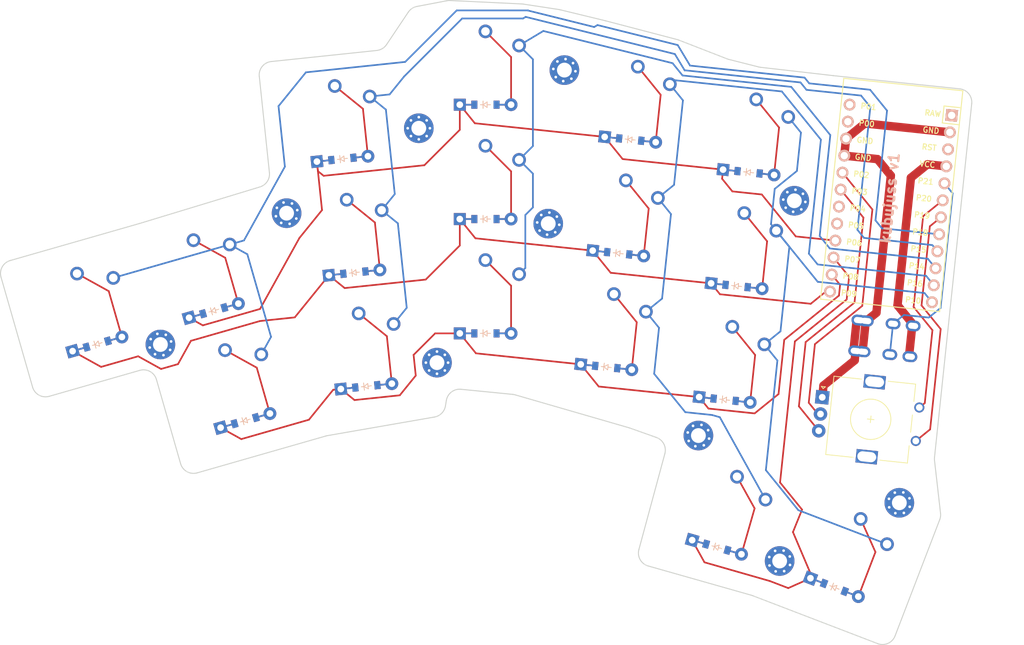
<source format=kicad_pcb>
(kicad_pcb (version 20221018) (generator pcbnew)
  (title_block (title "mimmuErgoV1_left") (rev "v1.0.0") (company "Unknown"))
  (layers (0 "F.Cu" signal) (31 "B.Cu" signal) (34 "B.Paste" user) (35 "F.Paste" user) (36 "B.SilkS" user "B.Silkscreen") (37 "F.SilkS" user "F.Silkscreen") (38 "B.Mask" user) (39 "F.Mask" user) (44 "Edge.Cuts" user))
  (net 0 "")
  (net 1 "P18")
  (net 2 "pinkie_bottom")
  (net 3 "pinkie_home")
  (net 4 "pinkie_top")
  (net 5 "P15")
  (net 6 "ring_bottom")
  (net 7 "ring_home")
  (net 8 "ring_top")
  (net 9 "P14")
  (net 10 "middle_bottom")
  (net 11 "middle_home")
  (net 12 "middle_top")
  (net 13 "P16")
  (net 14 "index_bottom")
  (net 15 "index_home")
  (net 16 "index_top")
  (net 17 "P10")
  (net 18 "inner_bottom")
  (net 19 "inner_home")
  (net 20 "inner_top")
  (net 21 "layer_cluster")
  (net 22 "space_cluster")
  (net 23 "P8")
  (net 24 "P6")
  (net 25 "P9")
  (net 26 "P7")
  (net 27 "RAW")
  (net 28 "GND")
  (net 29 "RST")
  (net 30 "VCC")
  (net 31 "P21")
  (net 32 "P20")
  (net 33 "P19")
  (net 34 "P1")
  (net 35 "P0")
  (net 36 "P2")
  (net 37 "P3")
  (net 38 "P4")
  (net 39 "P5")
  (footprint "MountingHole_2.2mm_M2_Pad_Via" (layer "F.Cu") (at 259.159899 182.192707 -21)
    (fp_text reference "_4" hide)
    (fp_text value "")
  )
  (footprint "PG1350" (layer "F.Cu") (at 177.681802 142.998551 6)
    (fp_text reference "S5" hide)
    (fp_text value "" hide)
  )
  (footprint "ComboDiode" (layer "F.Cu") (at 233.209307 166.869809 -6)
    (fp_text reference "D13" hide)
    (fp_text value "" hide)
  )
  (footprint "MountingHole_2.2mm_M2_Pad_Via" (layer "F.Cu") (at 243.557992 137.289524 -6)
    (fp_text reference "_3" hide)
    (fp_text value "")
  )
  (footprint "PG1350" (layer "F.Cu") (at 216.144138 157.03214 -6)
    (fp_text reference "S10" hide)
    (fp_text value "" hide)
  )
  (footprint "ComboDiode" (layer "F.Cu") (at 219.175473 128.191 -6)
    (fp_text reference "D12" hide)
    (fp_text value "" hide)
  )
  (footprint "ComboDiode" (layer "F.Cu") (at 140.005731 158.592569 16)
    (fp_text reference "D3" hide)
    (fp_text value "" hide)
  )
  (footprint "PG1350" (layer "F.Cu") (at 175.904819 126.091671 6)
    (fp_text reference "S6" hide)
    (fp_text value "" hide)
  )
  (footprint "PG1350" (layer "F.Cu") (at 233.421365 183.985759 -16)
    (fp_text reference "S16" hide)
    (fp_text value "" hide)
  )
  (footprint "ComboDiode" (layer "F.Cu") (at 197.673767 157.007485)
    (fp_text reference "D7" hide)
    (fp_text value "" hide)
  )
  (footprint "PG1350" (layer "F.Cu") (at 179.458788 159.905432 6)
    (fp_text reference "S4" hide)
    (fp_text value "" hide)
  )
  (footprint "PG1350" (layer "F.Cu") (at 197.673771 152.007487)
    (fp_text reference "S7" hide)
    (fp_text value "" hide)
  )
  (footprint "PG1350" (layer "F.Cu") (at 197.673769 118.00748)
    (fp_text reference "S9" hide)
    (fp_text value "" hide)
  )
  (footprint "ComboDiode" (layer "F.Cu") (at 249.511578 194.770474 -21)
    (fp_text reference "D17" hide)
    (fp_text value "" hide)
  )
  (footprint "MountingHole_2.2mm_M2_Pad_Via" (layer "F.Cu") (at 229.311795 172.196294 -16)
    (fp_text reference "_6" hide)
    (fp_text value "")
  )
  (footprint "MountingHole_2.2mm_M2_Pad_Via" (layer "F.Cu") (at 168.132378 139.136118 16)
    (fp_text reference "_10" hide)
    (fp_text value "")
  )
  (footprint "PG1350" (layer "F.Cu") (at 217.921127 140.125268 -6)
    (fp_text reference "S11" hide)
    (fp_text value "" hide)
  )
  (footprint "PG1350" (layer "F.Cu") (at 233.731952 161.89722 -6)
    (fp_text reference "S13" hide)
    (fp_text value "" hide)
  )
  (footprint "ComboDiode" (layer "F.Cu") (at 179.981431 164.878023 6)
    (fp_text reference "D4" hide)
    (fp_text value "" hide)
  )
  (footprint "TRRS-PJ-320A-dual" (layer "F.Cu") (at 263.912388 160.795907 -96)
    (fp_text reference "TRRS1")
    (fp_text value "TRRS-PJ-320A-dual")
  )
  (footprint "PG1350" (layer "F.Cu") (at 237.285914 128.083465 -6)
    (fp_text reference "S15" hide)
    (fp_text value "" hide)
  )
  (footprint "PG1350" (layer "F.Cu") (at 219.698101 123.218396 -6)
    (fp_text reference "S12" hide)
    (fp_text value "" hide)
  )
  (footprint "rotary_encoder" (layer "F.Cu") (at 255.019105 169.832472 -6)
    (fp_text reference "ROT1" hide)
    (fp_text value "")
  )
  (footprint "PG1350" (layer "F.Cu") (at 138.627548 153.78628 16)
    (fp_text reference "S3" hide)
    (fp_text value "" hide)
  )
  (footprint "ComboDiode" (layer "F.Cu") (at 217.398479 145.097874 -6)
    (fp_text reference "D11" hide)
    (fp_text value "" hide)
  )
  (footprint "ComboDiode" (layer "F.Cu") (at 234.986295 149.962945 -6)
    (fp_text reference "D14" hide)
    (fp_text value "" hide)
  )
  (footprint "ProMicro" (layer "F.Cu") (at 257.89462 137.6903 -96)
    (fp_text reference "MCU1" hide)
    (fp_text value "" hide)
  )
  (footprint "PG1350" (layer "F.Cu") (at 197.673771 135.007479)
    (fp_text reference "S8" hide)
    (fp_text value "" hide)
  )
  (footprint "PG1350" (layer "F.Cu") (at 251.303431 190.102558 -21)
    (fp_text reference "S17" hide)
    (fp_text value "" hide)
  )
  (footprint "MountingHole_2.2mm_M2_Pad_Via" (layer "F.Cu") (at 241.378143 190.84497 -21)
    (fp_text reference "_5" hide)
    (fp_text value "")
  )
  (footprint "PG1350" (layer "F.Cu") (at 235.508927 144.990354 -6)
    (fp_text reference "S14" hide)
    (fp_text value "" hide)
  )
  (footprint "ComboDiode" (layer "F.Cu") (at 178.20444 147.971172 6)
    (fp_text reference "D5" hide)
    (fp_text value "" hide)
  )
  (footprint "MountingHole_2.2mm_M2_Pad_Via" (layer "F.Cu") (at 209.401518 117.862757 -6)
    (fp_text reference "_2" hide)
    (fp_text value "")
  )
  (footprint "ComboDiode" (layer "F.Cu") (at 215.621506 162.004735 -6)
    (fp_text reference "D10" hide)
    (fp_text value "" hide)
  )
  (footprint "MountingHole_2.2mm_M2_Pad_Via" (layer "F.Cu") (at 190.473765 161.357485)
    (fp_text reference "_8" hide)
    (fp_text value "")
  )
  (footprint "MountingHole_2.2mm_M2_Pad_Via" (layer "F.Cu") (at 187.773761 126.507484)
    (fp_text reference "_1" hide)
    (fp_text value "")
  )
  (footprint "MountingHole_2.2mm_M2_Pad_Via" (layer "F.Cu") (at 207.00259 140.687053 -6)
    (fp_text reference "_7" hide)
    (fp_text value "")
  )
  (footprint "MountingHole_2.2mm_M2_Pad_Via" (layer "F.Cu") (at 149.387539 158.659167 16)
    (fp_text reference "_9" hide)
    (fp_text value "")
  )
  (footprint "ComboDiode" (layer "F.Cu") (at 232.043179 188.792073 -16)
    (fp_text reference "D16" hide)
    (fp_text value "" hide)
  )
  (footprint "ComboDiode" (layer "F.Cu") (at 236.763275 133.05608 -6)
    (fp_text reference "D15" hide)
    (fp_text value "" hide)
  )
  (footprint "PG1350" (layer "F.Cu") (at 155.930269 148.8248 16)
    (fp_text reference "S2" hide)
    (fp_text value "" hide)
  )
  (footprint "ComboDiode" (layer "F.Cu") (at 161.994285 169.972562 16)
    (fp_text reference "D1" hide)
    (fp_text value "" hide)
  )
  (footprint "ComboDiode" (layer "F.Cu") (at 176.427463 131.064287 6)
    (fp_text reference "D6" hide)
    (fp_text value "" hide)
  )
  (footprint "ComboDiode" (layer "F.Cu") (at 197.673762 140.00748)
    (fp_text reference "D8" hide)
    (fp_text value "" hide)
  )
  (footprint "PG1350" (layer "F.Cu") (at 160.6161 165.166247 16)
    (fp_text reference "S1" hide)
    (fp_text value "" hide)
  )
  (footprint "ComboDiode" (layer "F.Cu") (at 197.673768 123.007484)
    (fp_text reference "D9" hide)
    (fp_text value "" hide)
  )
  (footprint "ComboDiode" (layer "F.Cu") (at 157.308457 153.631102 16)
    (fp_text reference "D2" hide)
    (fp_text value "" hide)
  )
  (gr_line (start 265.160297 184.698901) (end 258.526678 201.980046) (stroke (width 0.15)) (layer "Edge.Cuts"))
  (gr_line (start 152.385135 176.368975) (end 148.801841 163.87258) (stroke (width 0.15)) (layer "Edge.Cuts"))
  (gr_arc (start 125.71075 148.647557) (mid 125.884147 147.126718) (end 127.082007 146.173757) (stroke (width 0.15)) (layer "Edge.Cuts"))
  (gr_line (start 192.410936 107.518808) (end 203.069925 108.02753) (stroke (width 0.15)) (layer "Edge.Cuts"))
  (gr_line (start 201.7359 166.076781) (end 194.03549 165.316343) (stroke (width 0.15)) (layer "Edge.Cuts"))
  (gr_line (start 219.03568 171.050633) (end 202.095547 166.145968) (stroke (width 0.15)) (layer "Edge.Cuts"))
  (gr_arc (start 249.344151 118.687419) (mid 249.334185 118.686351) (end 249.324225 118.685235) (stroke (width 0.15)) (layer "Edge.Cuts"))
  (gr_arc (start 191.940543 107.552002) (mid 192.174757 107.521474) (end 192.410936 107.518808) (stroke (width 0.15)) (layer "Edge.Cuts"))
  (gr_line (start 146.328046 162.501318) (end 132.870376 166.360248) (stroke (width 0.15)) (layer "Edge.Cuts"))
  (gr_line (start 173.981223 172.256994) (end 154.858929 177.740224) (stroke (width 0.15)) (layer "Edge.Cuts"))
  (gr_arc (start 201.7359 166.07678) (mid 201.917306 166.103147) (end 202.095547 166.145968) (stroke (width 0.15)) (layer "Edge.Cuts"))
  (gr_line (start 203.276531 108.048174) (end 208.588067 108.859401) (stroke (width 0.15)) (layer "Edge.Cuts"))
  (gr_line (start 208.758003 108.89293) (end 215.483821 110.525954) (stroke (width 0.15)) (layer "Edge.Cuts"))
  (gr_line (start 182.986279 114.065825) (end 186.208461 109.252557) (stroke (width 0.15)) (layer "Edge.Cuts"))
  (gr_arc (start 264.384442 175.891778) (mid 264.371609 175.67411) (end 264.382554 175.456338) (stroke (width 0.15)) (layer "Edge.Cuts"))
  (gr_arc (start 146.328046 162.501318) (mid 147.848965 162.67458) (end 148.801838 163.872582) (stroke (width 0.15)) (layer "Edge.Cuts"))
  (gr_arc (start 191.866181 166.977833) (mid 192.622841 165.718824) (end 194.03549 165.316343) (stroke (width 0.15)) (layer "Edge.Cuts"))
  (gr_line (start 191.866181 166.977833) (end 191.729184 167.799553) (stroke (width 0.15)) (layer "Edge.Cuts"))
  (gr_arc (start 182.986271 114.065807) (mid 182.357339 114.665705) (end 181.533352 114.942262) (stroke (width 0.15)) (layer "Edge.Cuts"))
  (gr_line (start 269.911593 122.85108) (end 264.382554 175.456338) (stroke (width 0.15)) (layer "Edge.Cuts"))
  (gr_line (start 190.09924 169.441116) (end 174.189686 172.209126) (stroke (width 0.15)) (layer "Edge.Cuts"))
  (gr_arc (start 208.58807 108.859399) (mid 208.673399 108.874329) (end 208.758003 108.89293) (stroke (width 0.15)) (layer "Edge.Cuts"))
  (gr_line (start 233.823716 116.27448) (end 238.276056 117.399443) (stroke (width 0.15)) (layer "Edge.Cuts"))
  (gr_arc (start 226.154467 113.321724) (mid 226.26452 113.353959) (end 226.372546 113.392442) (stroke (width 0.15)) (layer "Edge.Cuts"))
  (gr_line (start 165.581637 133.107779) (end 164.07658 118.788062) (stroke (width 0.15)) (layer "Edge.Cuts"))
  (gr_line (start 255.942811 203.130471) (end 237.355192 195.995354) (stroke (width 0.15)) (layer "Edge.Cuts"))
  (gr_arc (start 268.130632 120.652868) (mid 269.476453 121.383043) (end 269.911593 122.85108) (stroke (width 0.15)) (layer "Edge.Cuts"))
  (gr_arc (start 258.526678 201.980046) (mid 257.472976 203.090304) (end 255.942811 203.130471) (stroke (width 0.15)) (layer "Edge.Cuts"))
  (gr_line (start 165.856572 116.589969) (end 181.533352 114.942262) (stroke (width 0.15)) (layer "Edge.Cuts"))
  (gr_line (start 187.495374 108.400627) (end 191.940543 107.552002) (stroke (width 0.15)) (layer "Edge.Cuts"))
  (gr_line (start 249.344148 118.687416) (end 268.130632 120.652868) (stroke (width 0.15)) (layer "Edge.Cuts"))
  (gr_line (start 226.372546 113.392442) (end 233.588613 116.19936) (stroke (width 0.15)) (layer "Edge.Cuts"))
  (gr_arc (start 203.069925 108.02753) (mid 203.173495 108.035178) (end 203.276531 108.048174) (stroke (width 0.15)) (layer "Edge.Cuts"))
  (gr_arc (start 186.208465 109.252559) (mid 186.766493 108.697557) (end 187.495374 108.400627) (stroke (width 0.15)) (layer "Edge.Cuts"))
  (gr_arc (start 223.067897 172.480896) (mid 224.169523 173.437547) (end 224.328214 174.887941) (stroke (width 0.15)) (layer "Edge.Cuts"))
  (gr_arc (start 191.729182 167.799554) (mid 191.175659 168.879933) (end 190.09924 169.441116) (stroke (width 0.15)) (layer "Edge.Cuts"))
  (gr_line (start 130.396587 164.989007) (end 125.71075 148.647554) (stroke (width 0.15)) (layer "Edge.Cuts"))
  (gr_arc (start 154.858929 177.740224) (mid 153.337946 177.567092) (end 152.385135 176.368975) (stroke (width 0.15)) (layer "Edge.Cuts"))
  (gr_arc (start 164.07658 118.788062) (mid 164.511405 117.320441) (end 165.856572 116.589969) (stroke (width 0.15)) (layer "Edge.Cuts"))
  (gr_line (start 220.469624 189.139878) (end 224.328214 174.887941) (stroke (width 0.15)) (layer "Edge.Cuts"))
  (gr_arc (start 146.322377 140.656408) (mid 146.307226 140.660947) (end 146.29204 140.665367) (stroke (width 0.15)) (layer "Edge.Cuts"))
  (gr_arc (start 221.853957 191.586556) (mid 220.65947 190.647432) (end 220.469624 189.139878) (stroke (width 0.15)) (layer "Edge.Cuts"))
  (gr_arc (start 233.823716 116.27448) (mid 233.705003 116.240557) (end 233.588613 116.19936) (stroke (width 0.15)) (layer "Edge.Cuts"))
  (gr_line (start 127.082007 146.173757) (end 146.29204 140.665367) (stroke (width 0.15)) (layer "Edge.Cuts"))
  (gr_line (start 223.067897 172.480896) (end 219.149665 171.087369) (stroke (width 0.15)) (layer "Edge.Cuts"))
  (gr_arc (start 219.03568 171.050633) (mid 219.092948 171.068147) (end 219.149665 171.087369) (stroke (width 0.15)) (layer "Edge.Cuts"))
  (gr_arc (start 237.184616 195.93855) (mid 237.27054 195.965043) (end 237.355192 195.995354) (stroke (width 0.15)) (layer "Edge.Cuts"))
  (gr_arc (start 165.581637 133.107779) (mid 165.259383 134.421995) (end 164.174238 135.230389) (stroke (width 0.15)) (layer "Edge.Cuts"))
  (gr_arc (start 215.483821 110.525954) (mid 215.501378 110.530303) (end 215.5189 110.534791) (stroke (width 0.15)) (layer "Edge.Cuts"))
  (gr_line (start 238.537968 117.447357) (end 249.324225 118.685235) (stroke (width 0.15)) (layer "Edge.Cuts"))
  (gr_line (start 264.384445 175.891777) (end 265.280297 183.755785) (stroke (width 0.15)) (layer "Edge.Cuts"))
  (gr_arc (start 265.280297 183.755785) (mid 265.277186 184.23458) (end 265.160297 184.698901) (stroke (width 0.15)) (layer "Edge.Cuts"))
  (gr_arc (start 132.870381 166.360251) (mid 131.349434 166.187043) (end 130.396587 164.989007) (stroke (width 0.15)) (layer "Edge.Cuts"))
  (gr_line (start 237.184616 195.93855) (end 221.853955 191.586549) (stroke (width 0.15)) (layer "Edge.Cuts"))
  (gr_arc (start 238.537976 117.447356) (mid 238.406215 117.427777) (end 238.276056 117.399443) (stroke (width 0.15)) (layer "Edge.Cuts"))
  (gr_line (start 215.5189 110.534791) (end 226.154467 113.321724) (stroke (width 0.15)) (layer "Edge.Cuts"))
  (gr_arc (start 173.981223 172.256994) (mid 174.084813 172.230267) (end 174.189686 172.209126) (stroke (width 0.15)) (layer "Edge.Cuts"))
  (gr_line (start 146.322375 140.656415) (end 164.174217 135.230373) (stroke (width 0.15)) (layer "Edge.Cuts"))
  (gr_text "kubujuss v1" (at 257.874015 143.902311 84) (layer "B.SilkS") (effects (font (size 1.5 1.5) (thickness 0.3) bold) (justify left bottom)))
  (gr_text "kubujuss v1" (at 257.874015 143.902311 84) (layer "F.SilkS") (effects (font (size 1.5 1.5) (thickness 0.3) bold) (justify left bottom)))
  (segment (start 257.331356 123.888261) (end 255.617092 140.19842) (width 0.25) (layer "B.Cu") (net 1))
  (segment (start 167.879023 132.22283) (end 166.933066 123.222507) (width 0.25) (layer "B.Cu") (net 1))
  (segment (start 165.20748 137.04245) (end 167.879023 132.22283) (width 0.25) (layer "B.Cu") (net 1))
  (segment (start 171.004816 118.194295) (end 185.75023 116.644492) (width 0.25) (layer "B.Cu") (net 1))
  (segment (start 162.300881 145.241512) (end 159.68915 143.793803) (width 0.25) (layer "B.Cu") (net 1))
  (segment (start 228.070906 117.193034) (end 239.607364 118.405576) (width 0.25) (layer "B.Cu") (net 1))
  (segment (start 226.236702 114.140423) (end 228.070906 117.193034) (width 0.25) (layer "B.Cu") (net 1))
  (segment (start 185.75023 116.644492) (end 193.403862 108.990857) (width 0.25) (layer "B.Cu") (net 1))
  (segment (start 161.800769 143.18833) (end 165.20748 137.04245) (width 0.25) (layer "B.Cu") (net 1))
  (segment (start 245.770885 119.835003) (end 254.819203 120.786002) (width 0.25) (layer "B.Cu") (net 1))
  (segment (start 159.68915 143.793803) (end 142.386446 148.755286) (width 0.25) (layer "B.Cu") (net 1))
  (segment (start 254.819203 120.786002) (end 257.331356 123.888261) (width 0.25) (layer "B.Cu") (net 1))
  (segment (start 239.607364 118.405576) (end 245.079064 118.980667) (width 0.25) (layer "B.Cu") (net 1))
  (segment (start 159.689149 143.793809) (end 161.800769 143.18833) (width 0.25) (layer "B.Cu") (net 1))
  (segment (start 164.374978 160.13527) (end 165.822687 157.52352) (width 0.25) (layer "B.Cu") (net 1))
  (segment (start 214.313278 111.167564) (end 226.236702 114.140423) (width 0.25) (layer "B.Cu") (net 1))
  (segment (start 193.403862 108.990857) (end 204.014482 108.990861) (width 0.25) (layer "B.Cu") (net 1))
  (segment (start 213.828385 111.458912) (end 214.313278 111.167564) (width 0.25) (layer "B.Cu") (net 1))
  (segment (start 204.014482 108.990861) (end 204.029444 109.015759) (width 0.25) (layer "B.Cu") (net 1))
  (segment (start 165.822687 157.52352) (end 162.300881 145.241512) (width 0.25) (layer "B.Cu") (net 1))
  (segment (start 166.933066 123.222507) (end 171.004816 118.194295) (width 0.25) (layer "B.Cu") (net 1))
  (segment (start 256.576093 141.382696) (end 265.074634 142.275928) (width 0.25) (layer "B.Cu") (net 1))
  (segment (start 245.079064 118.980667) (end 245.770885 119.835003) (width 0.25) (layer "B.Cu") (net 1))
  (segment (start 204.029444 109.015759) (end 213.828385 111.458912) (width 0.25) (layer "B.Cu") (net 1))
  (segment (start 255.617092 140.19842) (end 256.576093 141.382696) (width 0.25) (layer "B.Cu") (net 1))
  (segment (start 158.98983 159.494792) (end 163.702425 162.107052) (width 0.25) (layer "F.Cu") (net 2))
  (segment (start 163.702425 162.107052) (end 165.656688 168.922372) (width 0.25) (layer "F.Cu") (net 2))
  (segment (start 165.656688 168.922372) (end 163.580353 169.517748) (width 0.25) (layer "F.Cu") (net 2))
  (segment (start 163.580353 169.517748) (end 165.656688 168.922372) (width 0.25) (layer "B.Cu") (net 2))
  (segment (start 154.304007 143.153351) (end 159.01658 145.765587) (width 0.25) (layer "F.Cu") (net 3))
  (segment (start 158.894528 153.176299) (end 160.970856 152.580924) (width 0.25) (layer "F.Cu") (net 3))
  (segment (start 159.01658 145.765587) (end 160.970856 152.580924) (width 0.25) (layer "F.Cu") (net 3))
  (segment (start 158.894528 153.176299) (end 160.970856 152.580924) (width 0.25) (layer "B.Cu") (net 3))
  (segment (start 141.713876 150.727067) (end 143.668143 157.542388) (width 0.25) (layer "F.Cu") (net 4))
  (segment (start 137.001293 148.11483) (end 141.713876 150.727067) (width 0.25) (layer "F.Cu") (net 4))
  (segment (start 141.591819 158.137775) (end 143.668143 157.542388) (width 0.25) (layer "F.Cu") (net 4))
  (segment (start 141.591819 158.137775) (end 143.668143 157.542388) (width 0.25) (layer "B.Cu") (net 4))
  (segment (start 182.885406 123.737547) (end 184.114191 135.428644) (width 0.25) (layer "B.Cu") (net 5))
  (segment (start 245.366154 120.797971) (end 244.47617 119.698915) (width 0.25) (layer "B.Cu") (net 5))
  (segment (start 227.268949 117.90186) (end 225.812187 115.477431) (width 0.25) (layer "B.Cu") (net 5))
  (segment (start 183.435457 121.479241) (end 185.603923 118.801416) (width 0.25) (layer "B.Cu") (net 5))
  (segment (start 264.061352 143.878581) (end 253.911902 142.811823) (width 0.25) (layer "B.Cu") (net 5))
  (segment (start 194.214468 110.190864) (end 185.603923 118.801416) (width 0.25) (layer "B.Cu") (net 5))
  (segment (start 252.934545 141.6049) (end 254.852741 123.35451) (width 0.25) (layer "B.Cu") (net 5))
  (segment (start 182.257208 138.696731) (end 184.204885 136.291532) (width 0.25) (layer "B.Cu") (net 5))
  (segment (start 244.47617 119.698915) (end 227.28152 117.891682) (width 0.25) (layer "B.Cu") (net 5))
  (segment (start 264.809125 144.802022) (end 264.061352 143.878581) (width 0.25) (layer "B.Cu") (net 5))
  (segment (start 225.812187 115.477431) (end 203.646367 109.950872) (width 0.25) (layer "B.Cu") (net 5))
  (segment (start 184.662387 140.644409) (end 184.741361 141.395767) (width 0.25) (layer "B.Cu") (net 5))
  (segment (start 180.480221 121.789843) (end 183.435457 121.479241) (width 0.25) (layer "B.Cu") (net 5))
  (segment (start 253.911902 142.811823) (end 252.934545 141.6049) (width 0.25) (layer "B.Cu") (net 5))
  (segment (start 254.852741 123.35451) (end 253.472433 121.649973) (width 0.25) (layer "B.Cu") (net 5))
  (segment (start 180.480222 121.789856) (end 182.885406 123.737547) (width 0.25) (layer "B.Cu") (net 5))
  (segment (start 227.28152 117.891682) (end 227.268949 117.90186) (width 0.25) (layer "B.Cu") (net 5))
  (segment (start 253.472433 121.649973) (end 245.366154 120.797971) (width 0.25) (layer "B.Cu") (net 5))
  (segment (start 185.981874 153.198419) (end 184.034197 155.603605) (width 0.25) (layer "B.Cu") (net 5))
  (segment (start 203.646367 109.950872) (end 203.246953 110.190874) (width 0.25) (layer "B.Cu") (net 5))
  (segment (start 203.246953 110.190874) (end 194.214468 110.190864) (width 0.25) (layer "B.Cu") (net 5))
  (segment (start 184.204885 136.291532) (end 184.114191 135.428644) (width 0.25) (layer "B.Cu") (net 5))
  (segment (start 182.257208 138.696731) (end 184.662387 140.644409) (width 0.25) (layer "B.Cu") (net 5))
  (segment (start 184.741361 141.395767) (end 185.981874 153.198419) (width 0.25) (layer "B.Cu") (net 5))
  (segment (start 183.029456 157.428627) (end 183.770548 164.4798) (width 0.25) (layer "F.Cu") (net 6))
  (segment (start 178.842066 154.037746) (end 183.029456 157.428627) (width 0.25) (layer "F.Cu") (net 6))
  (segment (start 181.622392 164.705569) (end 183.770548 164.4798) (width 0.25) (layer "F.Cu") (net 6))
  (segment (start 181.622392 164.705569) (end 183.770548 164.4798) (width 0.25) (layer "B.Cu") (net 6))
  (segment (start 177.065095 137.130891) (end 181.252468 140.521753) (width 0.25) (layer "F.Cu") (net 7))
  (segment (start 179.84541 147.798704) (end 181.993568 147.572907) (width 0.25) (layer "F.Cu") (net 7))
  (segment (start 181.252468 140.521753) (end 181.993568 147.572907) (width 0.25) (layer "F.Cu") (net 7))
  (segment (start 179.84541 147.798704) (end 181.993568 147.572907) (width 0.25) (layer "B.Cu") (net 7))
  (segment (start 179.475475 123.614883) (end 180.216579 130.666029) (width 0.25) (layer "F.Cu") (net 8))
  (segment (start 175.288101 120.224025) (end 179.475475 123.614883) (width 0.25) (layer "F.Cu") (net 8))
  (segment (start 178.068428 130.891838) (end 180.216579 130.666029) (width 0.25) (layer "F.Cu") (net 8))
  (segment (start 178.068428 130.891838) (end 180.216579 130.666029) (width 0.25) (layer "B.Cu") (net 8))
  (segment (start 202.673761 131.207479) (end 204.72623 133.259954) (width 0.25) (layer "B.Cu") (net 9))
  (segment (start 202.673779 114.207477) (end 204.726234 116.25993) (width 0.25) (layer "B.Cu") (net 9))
  (segment (start 243.101499 120.358832) (end 248.904997 127.525573) (width 0.25) (layer "B.Cu") (net 9))
  (segment (start 204.726237 129.155001) (end 202.673761 131.207479) (width 0.25) (layer "B.Cu") (net 9))
  (segment (start 206.268544 112.047521) (end 225.474607 116.836129) (width 0.25) (layer "B.Cu") (net 9))
  (segment (start 248.904997 127.525573) (end 247.32826 142.527208) (width 0.25) (layer "B.Cu") (net 9))
  (segment (start 263.396703 145.911775) (end 264.543635 147.328105) (width 0.25) (layer "B.Cu") (net 9))
  (segment (start 203.598868 147.282395) (end 202.673762 148.207483) (width 0.25) (layer "B.Cu") (net 9))
  (segment (start 225.474607 116.836129) (end 226.95281 118.661548) (width 0.25) (layer "B.Cu") (net 9))
  (segment (start 204.726236 138.277997) (end 203.598867 139.405363) (width 0.25) (layer "B.Cu") (net 9))
  (segment (start 226.95281 118.661548) (end 243.101499 120.358832) (width 0.25) (layer "B.Cu") (net 9))
  (segment (start 248.829166 144.380657) (end 263.396703 145.911775) (width 0.25) (layer "B.Cu") (net 9))
  (segment (start 204.72623 133.259954) (end 204.726236 138.277997) (width 0.25) (layer "B.Cu") (net 9))
  (segment (start 203.598867 139.405363) (end 203.598868 147.282395) (width 0.25) (layer "B.Cu") (net 9))
  (segment (start 247.32826 142.527208) (end 248.829166 144.380657) (width 0.25) (layer "B.Cu") (net 9))
  (segment (start 202.673771 114.207476) (end 206.268544 112.047521) (width 0.25) (layer "B.Cu") (net 9))
  (segment (start 204.726234 116.25993) (end 204.726237 129.155001) (width 0.25) (layer "B.Cu") (net 9))
  (segment (start 201.483768 149.9175) (end 201.483766 157.007477) (width 0.25) (layer "F.Cu") (net 10))
  (segment (start 199.323766 157.00748) (end 201.483766 157.007477) (width 0.25) (layer "F.Cu") (net 10))
  (segment (start 197.673756 146.107482) (end 201.483768 149.9175) (width 0.25) (layer "F.Cu") (net 10))
  (segment (start 199.323766 157.00748) (end 201.483766 157.007477) (width 0.25) (layer "B.Cu") (net 10))
  (segment (start 201.483779 132.917493) (end 201.483768 140.007482) (width 0.25) (layer "F.Cu") (net 11))
  (segment (start 197.673768 129.107485) (end 201.483779 132.917493) (width 0.25) (layer "F.Cu") (net 11))
  (segment (start 199.323764 140.007485) (end 201.483768 140.007482) (width 0.25) (layer "F.Cu") (net 11))
  (segment (start 199.323764 140.007485) (end 201.483768 140.007482) (width 0.25) (layer "B.Cu") (net 11))
  (segment (start 201.483762 115.917474) (end 197.673767 112.107488) (width 0.25) (layer "F.Cu") (net 12))
  (segment (start 201.483772 123.007491) (end 199.323765 123.007488) (width 0.25) (layer "F.Cu") (net 12))
  (segment (start 201.483772 123.007491) (end 201.483762 115.917474) (width 0.25) (layer "F.Cu") (net 12))
  (segment (start 199.323765 123.007488) (end 201.483772 123.007491) (width 0.25) (layer "B.Cu") (net 12))
  (segment (start 225.067938 119.96187) (end 227.01146 122.361914) (width 0.25) (layer "B.Cu") (net 13))
  (segment (start 241.703535 121.0391) (end 247.505571 128.204043) (width 0.25) (layer "B.Cu") (net 13))
  (segment (start 247.025324 146.759871) (end 263.144316 148.454055) (width 0.25) (layer "B.Cu") (net 13))
  (segment (start 263.144316 148.454055) (end 264.278108 149.854171) (width 0.25) (layer "B.Cu") (net 13))
  (segment (start 232.489101 169.468872) (end 231.336721 169.138432) (width 0.25) (layer "B.Cu") (net 13))
  (segment (start 223.457492 156.175662) (end 221.513953 153.775593) (width 0.25) (layer "B.Cu") (net 13))
  (segment (start 225.067932 119.961865) (end 225.801606 119.367748) (width 0.25) (layer "B.Cu") (net 13))
  (segment (start 225.691012 134.925194) (end 223.290943 136.868728) (width 0.25) (layer "B.Cu") (net 13))
  (segment (start 222.738646 163.01511) (end 223.457492 156.175662) (width 0.25) (layer "B.Cu") (net 13))
  (segment (start 247.505571 128.204043) (end 245.724158 145.15308) (width 0.25) (layer "B.Cu") (net 13))
  (segment (start 223.914026 151.832056) (end 225.234481 139.268788) (width 0.25) (layer "B.Cu") (net 13))
  (segment (start 225.234481 139.268788) (end 223.290943 136.868728) (width 0.25) (layer "B.Cu") (net 13))
  (segment (start 227.358644 168.720335) (end 222.738646 163.01511) (width 0.25) (layer "B.Cu") (net 13))
  (segment (start 221.513953 153.775593) (end 223.914026 151.832056) (width 0.25) (layer "B.Cu") (net 13))
  (segment (start 227.01146 122.361914) (end 225.691012 134.925194) (width 0.25) (layer "B.Cu") (net 13))
  (segment (start 245.724158 145.15308) (end 247.025324 146.759871) (width 0.25) (layer "B.Cu") (net 13))
  (segment (start 231.336721 169.138432) (end 227.358644 168.720335) (width 0.25) (layer "B.Cu") (net 13))
  (segment (start 225.801606 119.367748) (end 241.703535 121.0391) (width 0.25) (layer "B.Cu") (net 13))
  (segment (start 239.275091 181.711146) (end 232.489101 169.468872) (width 0.25) (layer "B.Cu") (net 13))
  (segment (start 220.151723 155.351839) (end 219.410628 162.402983) (width 0.25) (layer "F.Cu") (net 14))
  (segment (start 216.760866 151.164461) (end 220.151723 155.351839) (width 0.25) (layer "F.Cu") (net 14))
  (segment (start 217.262469 162.177221) (end 219.410628 162.402983) (width 0.25) (layer "F.Cu") (net 14))
  (segment (start 217.262469 162.177221) (end 219.410628 162.402983) (width 0.25) (layer "B.Cu") (net 14))
  (segment (start 218.537846 134.257582) (end 221.928715 138.444961) (width 0.25) (layer "F.Cu") (net 15))
  (segment (start 221.928715 138.444961) (end 221.187615 145.496136) (width 0.25) (layer "F.Cu") (net 15))
  (segment (start 219.039441 145.270344) (end 221.187613 145.496128) (width 0.25) (layer "F.Cu") (net 15))
  (segment (start 219.039455 145.270341) (end 221.187615 145.496136) (width 0.25) (layer "B.Cu") (net 15))
  (segment (start 223.705704 121.538106) (end 222.964619 128.589248) (width 0.25) (layer "F.Cu") (net 16))
  (segment (start 220.816436 128.363463) (end 222.964619 128.589248) (width 0.25) (layer "F.Cu") (net 16))
  (segment (start 220.314839 117.35071) (end 223.705704 121.538106) (width 0.25) (layer "F.Cu") (net 16))
  (segment (start 220.816436 128.363463) (end 222.964619 128.589248) (width 0.25) (layer "B.Cu") (net 16))
  (segment (start 242.822284 144.133881) (end 241.501843 156.697155) (width 0.25) (layer "B.Cu") (net 17))
  (segment (start 257.333134 188.346803) (end 244.152644 183.287287) (width 0.25) (layer "B.Cu") (net 17))
  (segment (start 241.045303 161.040742) (end 239.101768 158.640676) (width 0.25) (layer "B.Cu") (net 17))
  (segment (start 240.878743 141.73381) (end 247.036347 149.337819) (width 0.25) (layer "B.Cu") (net 17))
  (segment (start 240.878743 141.733806) (end 240.878743 141.73381) (width 0.25) (layer "B.Cu") (net 17))
  (segment (start 247.036347 149.337819) (end 262.89899 151.005046) (width 0.25) (layer "B.Cu") (net 17))
  (segment (start 243.943642 132.856597) (end 240.646498 135.526584) (width 0.25) (layer "B.Cu") (net 17))
  (segment (start 240.646498 135.526584) (end 240.095723 140.766857) (width 0.25) (layer "B.Cu") (net 17))
  (segment (start 240.095723 140.766857) (end 240.878743 141.733806) (width 0.25) (layer "B.Cu") (net 17))
  (segment (start 240.878743 141.733806) (end 242.822284 144.133881) (width 0.25) (layer "B.Cu") (net 17))
  (segment (start 244.152644 183.287287) (end 239.332694 177.335144) (width 0.25) (layer "B.Cu") (net 17))
  (segment (start 241.501843 156.697155) (end 239.101768 158.640676) (width 0.25) (layer "B.Cu") (net 17))
  (segment (start 262.89899 151.005046) (end 264.012633 152.380279) (width 0.25) (layer "B.Cu") (net 17))
  (segment (start 239.332694 177.335144) (end 241.045303 161.040742) (width 0.25) (layer "B.Cu") (net 17))
  (segment (start 242.655743 124.826931) (end 244.54269 127.157113) (width 0.25) (layer "B.Cu") (net 17))
  (segment (start 244.54269 127.157113) (end 243.943642 132.856597) (width 0.25) (layer "B.Cu") (net 17))
  (segment (start 234.850264 167.042282) (end 236.998429 167.26807) (width 0.25) (layer "F.Cu") (net 18))
  (segment (start 234.348672 156.029525) (end 237.739547 160.216908) (width 0.25) (layer "F.Cu") (net 18))
  (segment (start 237.739547 160.216908) (end 236.998432 167.268086) (width 0.25) (layer "F.Cu") (net 18))
  (segment (start 234.850264 167.042282) (end 236.998432 167.268086) (width 0.25) (layer "B.Cu") (net 18))
  (segment (start 239.516514 143.310031) (end 238.775417 150.361191) (width 0.25) (layer "F.Cu") (net 19))
  (segment (start 236.125653 139.122661) (end 239.516514 143.310031) (width 0.25) (layer "F.Cu") (net 19))
  (segment (start 236.627254 150.135414) (end 238.775419 150.361196) (width 0.25) (layer "F.Cu") (net 19))
  (segment (start 236.627246 150.13542) (end 238.775417 150.361191) (width 0.25) (layer "B.Cu") (net 19))
  (segment (start 241.293512 126.403177) (end 240.552412 133.454333) (width 0.25) (layer "F.Cu") (net 20))
  (segment (start 238.404228 133.228552) (end 240.552397 133.454339) (width 0.25) (layer "F.Cu") (net 20))
  (segment (start 237.902635 122.215782) (end 241.293512 126.403177) (width 0.25) (layer "F.Cu") (net 20))
  (segment (start 238.404243 133.228536) (end 240.552412 133.454333) (width 0.25) (layer "B.Cu") (net 20))
  (segment (start 237.659843 183.026893) (end 235.705586 189.842251) (width 0.25) (layer "F.Cu") (net 21))
  (segment (start 235.047621 178.314307) (end 237.659843 183.026893) (width 0.25) (layer "F.Cu") (net 21))
  (segment (start 235.705586 189.842251) (end 233.629272 189.246861) (width 0.25) (layer "F.Cu") (net 21))
  (segment (start 235.705586 189.842251) (end 233.629272 189.246861) (width 0.25) (layer "B.Cu") (net 21))
  (segment (start 251.051998 195.361787) (end 253.068536 196.135843) (width 0.25) (layer "F.Cu") (net 22))
  (segment (start 253.068536 196.135843) (end 255.609361 189.516771) (width 0.25) (layer "F.Cu") (net 22))
  (segment (start 255.609361 189.516771) (end 253.417805 184.594439) (width 0.25) (layer "F.Cu") (net 22))
  (segment (start 251.051998 195.361787) (end 253.068536 196.135843) (width 0.25) (layer "B.Cu") (net 22))
  (segment (start 231.56834 166.697339) (end 229.420179 166.471558) (width 0.25) (layer "F.Cu") (net 23))
  (segment (start 213.980542 161.832276) (end 211.832373 161.60649) (width 0.25) (layer "F.Cu") (net 23))
  (segment (start 230.80506 168.181749) (end 237.659517 168.902179) (width 0.25) (layer "F.Cu") (net 23))
  (segment (start 176.192309 165.2763) (end 178.340469 165.050511) (width 0.25) (layer "F.Cu") (net 23))
  (segment (start 178.219143 166.917602) (end 176.192309 165.2763) (width 0.25) (layer "F.Cu") (net 23))
  (segment (start 175.051038 165.396247) (end 171.451758 169.840994) (width 0.25) (layer "F.Cu") (net 23))
  (segment (start 190.196733 157.007476) (end 186.998853 160.205356) (width 0.25) (layer "F.Cu") (net 23))
  (segment (start 176.192309 165.2763) (end 175.051038 165.396247) (width 0.25) (layer "F.Cu") (net 23))
  (segment (start 211.832373 161.60649) (end 214.502366 164.903642) (width 0.25) (layer "F.Cu") (net 23))
  (segment (start 237.659517 168.902179) (end 241.213092 166.024552) (width 0.25) (layer "F.Cu") (net 23))
  (segment (start 241.213092 166.024552) (end 242.060117 157.965635) (width 0.25) (layer "F.Cu") (net 23))
  (segment (start 196.262815 159.97007) (end 193.863776 157.007486) (width 0.25) (layer "F.Cu") (net 23))
  (segment (start 158.331871 171.022724) (end 161.399856 172.723341) (width 0.25) (layer "F.Cu") (net 23))
  (segment (start 250.193089 151.379683) (end 250.36011 149.790585) (width 0.25) (layer "F.Cu") (net 23))
  (segment (start 242.060117 157.965635) (end 250.193089 151.379683) (width 0.25) (layer "F.Cu") (net 23))
  (segment (start 214.502366 164.903642) (end 229.420185 166.471564) (width 0.25) (layer "F.Cu") (net 23))
  (segment (start 161.399856 172.723341) (end 171.451758 169.840994) (width 0.25) (layer "F.Cu") (net 23))
  (segment (start 250.36011 149.790585) (end 249.121617 148.261171) (width 0.25) (layer "F.Cu") (net 23))
  (segment (start 186.998853 160.205356) (end 187.321718 163.277035) (width 0.25) (layer "F.Cu") (net 23))
  (segment (start 184.946182 166.210567) (end 178.219143 166.917602) (width 0.25) (layer "F.Cu") (net 23))
  (segment (start 196.023766 157.00748) (end 193.863777 157.007485) (width 0.25) (layer "F.Cu") (net 23))
  (segment (start 193.863777 157.007485) (end 190.196733 157.007476) (width 0.25) (layer "F.Cu") (net 23))
  (segment (start 229.420179 166.471568) (end 230.80506 168.181749) (width 0.25) (layer "F.Cu") (net 23))
  (segment (start 187.321718 163.277035) (end 184.946182 166.210567) (width 0.25) (layer "F.Cu") (net 23))
  (segment (start 211.832373 161.60649) (end 196.262815 159.97007) (width 0.25) (layer "F.Cu") (net 23))
  (segment (start 158.331871 171.022724) (end 160.408203 170.427351) (width 0.25) (layer "F.Cu") (net 23))
  (segment (start 178.340469 165.050511) (end 176.192309 165.2763) (width 0.25) (layer "B.Cu") (net 23))
  (segment (start 213.980542 161.832276) (end 211.832373 161.60649) (width 0.25) (layer "B.Cu") (net 23))
  (segment (start 160.408203 170.427351) (end 158.331871 171.022724) (width 0.25) (layer "B.Cu") (net 23))
  (segment (start 196.023766 157.00748) (end 193.863777 157.007485) (width 0.25) (layer "B.Cu") (net 23))
  (segment (start 229.420185 166.471564) (end 231.568347 166.697358) (width 0.25) (layer "B.Cu") (net 23))
  (segment (start 238.727339 136.35589) (end 243.776765 142.591418) (width 0.25) (layer "F.Cu") (net 24))
  (segment (start 173.637189 133.577878) (end 188.598865 132.00535) (width 0.25) (layer "F.Cu") (net 24))
  (segment (start 153.64604 154.681294) (end 155.68643 155.812303) (width 0.25) (layer "F.Cu") (net 24))
  (segment (start 188.598865 132.00535) (end 193.863767 126.740444) (width 0.25) (layer "F.Cu") (net 24))
  (segment (start 172.638318 131.462559) (end 172.788429 132.890581) (width 0.25) (layer "F.Cu") (net 24))
  (segment (start 172.638318 131.462559) (end 174.786495 131.236778) (width 0.25) (layer "F.Cu") (net 24))
  (segment (start 232.97414 132.657826) (end 235.122308 132.883614) (width 0.25) (layer "F.Cu") (net 24))
  (segment (start 172.788429 132.890581) (end 173.637189 133.577878) (width 0.25) (layer "F.Cu") (net 24))
  (segment (start 215.386344 127.792751) (end 217.534495 128.018526) (width 0.25) (layer "F.Cu") (net 24))
  (segment (start 232.974157 132.657827) (end 232.831132 134.018548) (width 0.25) (layer "F.Cu") (net 24))
  (segment (start 249.652623 143.209003) (end 243.776765 142.591418) (width 0.25) (layer "F.Cu") (net 24))
  (segment (start 172.638318 131.462559) (end 173.396412 138.675262) (width 0.25) (layer "F.Cu") (net 24))
  (segment (start 218.056342 131.089892) (end 232.974159 132.65783) (width 0.25) (layer "F.Cu") (net 24))
  (segment (start 193.863767 126.740444) (end 193.863763 123.007473) (width 0.25) (layer "F.Cu") (net 24))
  (segment (start 232.831132 134.018548) (end 234.351445 135.895969) (width 0.25) (layer "F.Cu") (net 24))
  (segment (start 155.722366 154.085898) (end 153.64604 154.681294) (width 0.25) (layer "F.Cu") (net 24))
  (segment (start 215.386344 127.792751) (end 196.097044 125.765362) (width 0.25) (layer "F.Cu") (net 24))
  (segment (start 234.351445 135.895969) (end 238.727339 136.35589) (width 0.25) (layer "F.Cu") (net 24))
  (segment (start 196.023776 123.007488) (end 193.863763 123.007473) (width 0.25) (layer "F.Cu") (net 24))
  (segment (start 164.189022 153.374223) (end 170.037655 142.823008) (width 0.25) (layer "F.Cu") (net 24))
  (segment (start 155.68643 155.812303) (end 164.189022 153.374223) (width 0.25) (layer "F.Cu") (net 24))
  (segment (start 173.396412 138.675262) (end 170.021809 142.84256) (width 0.25) (layer "F.Cu") (net 24))
  (segment (start 196.097044 125.765362) (end 193.863766 123.007471) (width 0.25) (layer "F.Cu") (net 24))
  (segment (start 215.386344 127.792751) (end 218.056342 131.089892) (width 0.25) (layer "F.Cu") (net 24))
  (segment (start 217.534495 128.018526) (end 215.386344 127.792751) (width 0.25) (layer "B.Cu") (net 24))
  (segment (start 232.974159 132.65783) (end 235.122327 132.883615) (width 0.25) (layer "B.Cu") (net 24))
  (segment (start 196.023776 123.007488) (end 193.863763 123.007473) (width 0.25) (layer "B.Cu") (net 24))
  (segment (start 174.786495 131.236778) (end 172.638318 131.462559) (width 0.25) (layer "B.Cu") (net 24))
  (segment (start 153.64604 154.681294) (end 155.722366 154.085898) (width 0.25) (layer "B.Cu") (net 24))
  (segment (start 196.179933 142.867709) (end 193.863769 140.007485) (width 0.25) (layer "F.Cu") (net 25))
  (segment (start 153.921523 158.109785) (end 164.173275 155.170161) (width 0.25) (layer "F.Cu") (net 25))
  (segment (start 169.348672 154.62619) (end 170.375204 153.358553) (width 0.25) (layer "F.Cu") (net 25))
  (segment (start 176.563493 148.143635) (end 174.415327 148.369419) (width 0.25) (layer "F.Cu") (net 25))
  (segment (start 248.310667 150.729923) (end 248.856109 150.78725) (width 0.25) (layer "F.Cu") (net 25))
  (segment (start 164.173275 155.170161) (end 169.348672 154.62619) (width 0.25) (layer "F.Cu") (net 25))
  (segment (start 193.863759 143.940466) (end 188.798877 149.00536) (width 0.25) (layer "F.Cu") (net 25))
  (segment (start 140.575639 161.988751) (end 146.080856 160.410163) (width 0.25) (layer "F.Cu") (net 25))
  (segment (start 196.023765 140.007484) (end 193.863764 140.007477) (width 0.25) (layer "F.Cu") (net 25))
  (segment (start 174.415327 148.369419) (end 170.375204 153.358553) (width 0.25) (layer "F.Cu") (net 25))
  (segment (start 174.415327 148.369419) (end 176.762831 150.270405) (width 0.25) (layer "F.Cu") (net 25))
  (segment (start 176.762831 150.270405) (end 188.798877 149.00536) (width 0.25) (layer "F.Cu") (net 25))
  (segment (start 213.60935 144.699621) (end 196.179933 142.867709) (width 0.25) (layer "F.Cu") (net 25))
  (segment (start 146.080856 160.410163) (end 149.482233 162.295584) (width 0.25) (layer "F.Cu") (net 25))
  (segment (start 152.001784 161.573106) (end 153.921523 158.109785) (width 0.25) (layer "F.Cu") (net 25))
  (segment (start 138.419656 159.047369) (end 136.343333 159.642748) (width 0.25) (layer "F.Cu") (net 25))
  (segment (start 232.512118 151.188545) (end 245.99441 152.60559) (width 0.25) (layer "F.Cu") (net 25))
  (segment (start 213.60935 144.699621) (end 216.27934 147.996759) (width 0.25) (layer "F.Cu") (net 25))
  (segment (start 231.19715 149.564697) (end 232.512118 151.188545) (width 0.25) (layer "F.Cu") (net 25))
  (segment (start 149.482233 162.295584) (end 152.001784 161.573106) (width 0.25) (layer "F.Cu") (net 25))
  (segment (start 193.863764 140.007477) (end 193.863759 143.940466) (width 0.25) (layer "F.Cu") (net 25))
  (segment (start 231.197167 149.564694) (end 233.345337 149.790473) (width 0.25) (layer "F.Cu") (net 25))
  (segment (start 245.99441 152.60559) (end 248.310667 150.729923) (width 0.25) (layer "F.Cu") (net 25))
  (segment (start 213.60935 144.699621) (end 215.757519 144.925395) (width 0.25) (layer "F.Cu") (net 25))
  (segment (start 216.27934 147.996759) (end 231.197144 149.564703) (width 0.25) (layer "F.Cu") (net 25))
  (segment (start 136.343333 159.642748) (end 140.575639 161.988751) (width 0.25) (layer "F.Cu") (net 25))
  (segment (start 196.023765 140.007484) (end 193.863764 140.007477) (width 0.25) (layer "B.Cu") (net 25))
  (segment (start 176.563493 148.143635) (end 174.415327 148.369419) (width 0.25) (layer "B.Cu") (net 25))
  (segment (start 231.197144 149.564703) (end 233.345337 149.790473) (width 0.25) (layer "B.Cu") (net 25))
  (segment (start 138.419656 159.047369) (end 136.343333 159.642748) (width 0.25) (layer "B.Cu") (net 25))
  (segment (start 213.60935 144.699621) (end 215.757519 144.925395) (width 0.25) (layer "B.Cu") (net 25))
  (segment (start 241.439833 179.174069) (end 244.7053 183.206586) (width 0.25) (layer "F.Cu") (net 26))
  (segment (start 243.644752 158.195694) (end 241.439833 179.174069) (width 0.25) (layer "F.Cu") (net 26))
  (segment (start 251.693605 148.583358) (end 251.338104 151.965736) (width 0.25) (layer "F.Cu") (net 26))
  (segment (start 243.355813 186.546652) (end 246.106998 193.028023) (width 0.25) (layer "F.Cu") (net 26))
  (segment (start 244.7053 183.206586) (end 243.355813 186.546652) (width 0.25) (layer "F.Cu") (net 26))
  (segment (start 230.209287 191.040637) (end 239.93219 193.828619) (width 0.25) (layer "F.Cu") (net 26))
  (segment (start 249.387118 145.735081) (end 251.693605 148.583358) (width 0.25) (layer "F.Cu") (net 26))
  (segment (start 245.954653 193.405092) (end 242.655451 194.873984) (width 0.25) (layer "F.Cu") (net 26))
  (segment (start 246.106998 193.028023) (end 245.954653 193.405095) (width 0.25) (layer "F.Cu") (net 26))
  (segment (start 230.457116 188.337255) (end 228.380766 187.74188) (width 0.25) (layer "F.Cu") (net 26))
  (segment (start 251.338104 151.965736) (end 243.644752 158.195694) (width 0.25) (layer "F.Cu") (net 26))
  (segment (start 242.655451 194.873984) (end 239.93219 193.828619) (width 0.25) (layer "F.Cu") (net 26))
  (segment (start 245.954653 193.405092) (end 247.971179 194.179162) (width 0.25) (layer "F.Cu") (net 26))
  (segment (start 228.380766 187.74188) (end 230.209287 191.040637) (width 0.25) (layer "F.Cu") (net 26))
  (segment (start 228.380766 187.74188) (end 230.457116 188.337255) (width 0.25) (layer "B.Cu") (net 26))
  (segment (start 245.954653 193.405092) (end 247.971179 194.179162) (width 0.25) (layer "B.Cu") (net 26))
  (segment (start 253.701516 159.647281) (end 253.768272 159.729717) (width 1.25) (layer "F.Cu") (net 28))
  (segment (start 253.733586 159.342158) (end 253.564985 159.478686) (width 1.25) (layer "F.Cu") (net 28))
  (segment (start 253.155122 155.039933) (end 253.155123 155.039931) (width 0.25) (layer "F.Cu") (net 28))
  (segment (start 254.134598 155.5268) (end 253.733586 159.342158) (width 1.25) (layer "F.Cu") (net 28))
  (segment (start 257.898948 133.55065) (end 255.911968 131.096941) (width 1.25) (layer "F.Cu") (net 28))
  (segment (start 255.756546 153.934208) (end 257.898948 133.55065) (width 1.25) (layer "F.Cu") (net 28))
  (segment (start 247.706353 166.509881) (end 247.889539 164.766972) (width 1.25) (layer "F.Cu") (net 28))
  (segment (start 247.706348 166.509875) (end 247.706353 166.509881) (width 1.25) (layer "F.Cu") (net 28))
  (segment (start 254.166672 155.221669) (end 255.756546 153.934208) (width 1.25) (layer "F.Cu") (net 28))
  (segment (start 252.382012 159.253805) (end 252.794187 155.332212) (width 1.25) (layer "F.Cu") (net 28))
  (segment (start 255.911968 131.096941) (end 250.980113 130.57858) (width 1.25) (layer "F.Cu") (net 28))
  (segment (start 254.037212 125.791917) (end 266.667643 127.119431) (width 1.25) (layer "F.Cu") (net 28))
  (segment (start 252.674292 159.614733) (end 252.752977 159.551019) (width 1.25) (layer "F.Cu") (net 28))
  (segment (start 252.674292 159.614733) (end 252.382012 159.253805) (width 1.25) (layer "F.Cu") (net 28))
  (segment (start 251.24562 128.052502) (end 254.037212 125.791917) (width 1.25) (layer "F.Cu") (net 28))
  (segment (start 252.794187 155.332212) (end 253.155122 155.039933) (width 1.25) (layer "F.Cu") (net 28))
  (segment (start 252.527515 161.011207) (end 252.674292 159.614733) (width 1.25) (layer "F.Cu") (net 28))
  (segment (start 250.980113 130.57858) (end 251.245616 128.052497) (width 1.25) (layer "F.Cu") (net 28))
  (segment (start 247.889539 164.766972) (end 252.527515 161.011207) (width 1.25) (layer "F.Cu") (net 28))
  (segment (start 253.998071 155.358194) (end 254.134598 155.5268) (width 1.25) (layer "F.Cu") (net 28))
  (segment (start 253.564985 159.478686) (end 253.768267 159.729716) (width 1.25) (layer "B.Cu") (net 28))
  (segment (start 254.249095 155.154915) (end 253.998071 155.358194) (width 1.25) (layer "B.Cu") (net 28))
  (segment (start 258.889742 152.824173) (end 261.107358 155.562701) (width 1.25) (layer "F.Cu") (net 30))
  (segment (start 261.210746 155.886612) (end 261.201611 155.885652) (width 0.25) (layer "F.Cu") (net 30))
  (segment (start 261.201611 155.885652) (end 261.061482 155.999119) (width 0.25) (layer "F.Cu") (net 30))
  (segment (start 260.608271 160.311188) (end 260.729921 160.461412) (width 0.25) (layer "F.Cu") (net 30))
  (segment (start 266.136648 132.171596) (end 263.336221 131.87726) (width 1.25) (layer "F.Cu") (net 30))
  (segment (start 263.336221 131.87726) (end 260.882512 133.864237) (width 1.25) (layer "F.Cu") (net 30))
  (segment (start 261.061482 155.999119) (end 260.608271 160.311188) (width 1.25) (layer "F.Cu") (net 30))
  (segment (start 260.882512 133.864237) (end 258.889742 152.824173) (width 1.25) (layer "F.Cu") (net 30))
  (segment (start 258.227185 155.573029) (end 259.839961 154.26703) (width 0.25) (layer "B.Cu") (net 31))
  (segment (start 258.227185 155.573029) (end 257.746351 160.147828) (width 0.25) (layer "B.Cu") (net 31))
  (segment (start 259.839961 154.26703) (end 263.523838 154.654221) (width 0.25) (layer "B.Cu") (net 31))
  (segment (start 265.282317 153.230233) (end 267.074036 136.183151) (width 0.25) (layer "B.Cu") (net 31))
  (segment (start 267.074036 136.183151) (end 265.871127 134.697683) (width 0.25) (layer "B.Cu") (net 31))
  (segment (start 263.523838 154.654221) (end 265.282317 153.230233) (width 0.25) (layer "B.Cu") (net 31))
  (segment (start 261.27659 153.075046) (end 262.694894 139.580835) (width 0.25) (layer "F.Cu") (net 32))
  (segment (start 262.126923 168.025537) (end 262.939461 167.367547) (width 0.25) (layer "F.Cu") (net 32))
  (segment (start 262.694894 139.580835) (end 265.605642 137.223758) (width 0.25) (layer "F.Cu") (net 32))
  (segment (start 262.939461 167.367547) (end 264.07806 156.534566) (width 0.25) (layer "F.Cu") (net 32))
  (segment (start 264.07806 156.534566) (end 261.27659 153.075046) (width 0.25) (layer "F.Cu") (net 32))
  (segment (start 263.735679 171.272178) (end 265.302838 156.361649) (width 0.25) (layer "F.Cu") (net 33))
  (segment (start 261.604292 172.998146) (end 263.735679 171.272178) (width 0.25) (layer "F.Cu") (net 33))
  (segment (start 263.690809 141.085435) (end 265.340137 139.749835) (width 0.25) (layer "F.Cu") (net 33))
  (segment (start 265.302838 156.361649) (end 262.454864 152.84469) (width 0.25) (layer "F.Cu") (net 33))
  (segment (start 262.454864 152.84469) (end 263.690809 141.085435) (width 0.25) (layer "F.Cu") (net 33))
  (segment (start 247.44504 168.996172) (end 247.031062 168.952662) (width 0.25) (layer "F.Cu") (net 36))
  (segment (start 247.031062 168.952662) (end 245.703041 167.312695) (width 0.25) (layer "F.Cu") (net 36))
  (segment (start 253.651786 152.912773) (end 255.157105 138.590657) (width 0.25) (layer "F.Cu") (net 36))
  (segment (start 255.157105 138.590657) (end 250.714628 133.104662) (width 0.25) (layer "F.Cu") (net 36))
  (segment (start 246.617866 158.608726) (end 253.651786 152.912773) (width 0.25) (layer "F.Cu") (net 36))
  (segment (start 245.703041 167.312695) (end 246.617866 158.608726) (width 0.25) (layer "F.Cu") (net 36))
  (segment (start 247.100651 171.47957) (end 247.107018 171.474428) (width 0.25) (layer "F.Cu") (net 37))
  (segment (start 252.49632 152.426168) (end 253.823602 139.797898) (width 0.25) (layer "F.Cu") (net 37))
  (segment (start 247.183711 171.482478) (end 244.239235 167.846363) (width 0.25) (layer "F.Cu") (net 37))
  (segment (start 247.107018 171.474428) (end 247.183711 171.482478) (width 0.25) (layer "F.Cu") (net 37))
  (segment (start 253.823602 139.797898) (end 250.449121 135.630756) (width 0.25) (layer "F.Cu") (net 37))
  (segment (start 244.239235 167.846363) (end 245.242589 158.300128) (width 0.25) (layer "F.Cu") (net 37))
  (segment (start 245.242589 158.300128) (end 252.49632 152.426168) (width 0.25) (layer "F.Cu") (net 37))
)
</source>
